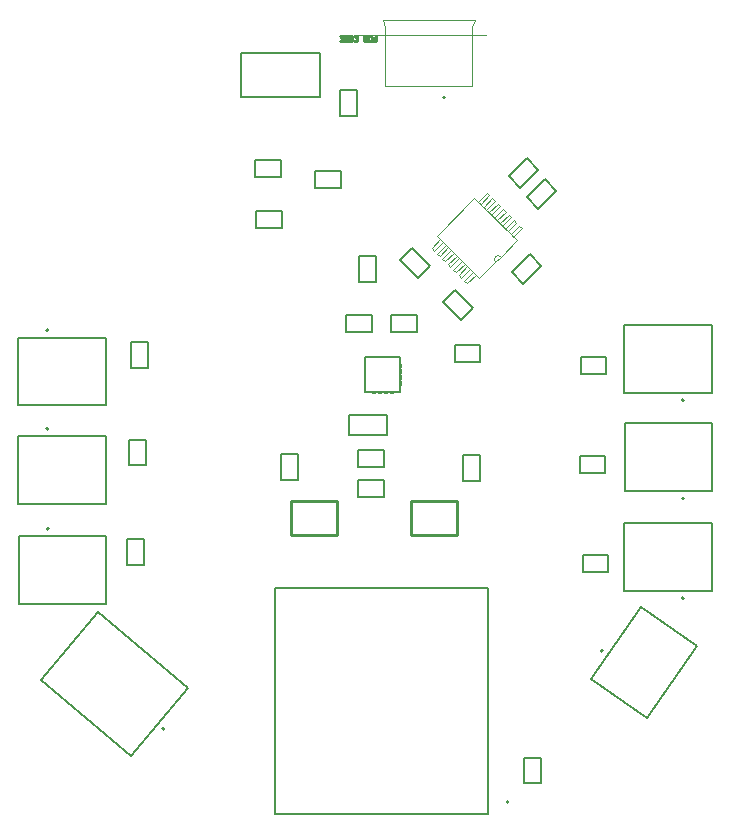
<source format=gbr>
%TF.GenerationSoftware,Altium Limited,Altium Designer,20.0.13 (296)*%
G04 Layer_Color=16711935*
%FSLAX45Y45*%
%MOMM*%
%TF.FileFunction,Other,Mechanical_13*%
%TF.Part,Single*%
G01*
G75*
%TA.AperFunction,NonConductor*%
%ADD66C,0.20000*%
%ADD67C,0.12700*%
%ADD68C,0.10000*%
%ADD92C,0.25400*%
%ADD113C,0.00000*%
D66*
X12406728Y6651558D02*
G03*
X12406728Y6651558I-10000J0D01*
G01*
X13091000Y8770300D02*
G03*
X13091000Y8770300I-10000J0D01*
G01*
X13094080Y7940560D02*
G03*
X13094080Y7940560I-10000J0D01*
G01*
X13091000Y7093900D02*
G03*
X13091000Y7093900I-10000J0D01*
G01*
X7710740Y9365300D02*
G03*
X7710740Y9365300I-10000J0D01*
G01*
X7710200Y8529640D02*
G03*
X7710200Y8529640I-10000J0D01*
G01*
X7715280Y7683820D02*
G03*
X7715280Y7683820I-10000J0D01*
G01*
X11607405Y5371540D02*
G03*
X11607405Y5371540I-10000J0D01*
G01*
X11070260Y11335000D02*
G03*
X11070260Y11335000I-10000J0D01*
G01*
X8693985Y5990039D02*
G03*
X8693985Y5990039I-10000J0D01*
G01*
D67*
X12307397Y6415019D02*
X12731847Y7021190D01*
X12307397Y6415019D02*
X12778410Y6085210D01*
X13202859Y6691386D01*
X12731847Y7021190D02*
X13202859Y6691386D01*
X10391140Y8841740D02*
Y9141460D01*
X10690860D01*
Y8841740D02*
Y9141460D01*
X10391140Y8841740D02*
X10690860D01*
X12586000Y8832799D02*
X13325998D01*
Y9407799D01*
X12586000D02*
X13325998D01*
X12586000Y8832799D02*
Y9407799D01*
X12589078Y8003062D02*
X13329082D01*
Y8578063D01*
X12589078D02*
X13329082D01*
X12589078Y8003062D02*
Y8578063D01*
X12586000Y7156399D02*
X13325998D01*
Y7731399D01*
X12586000D02*
X13325998D01*
X12586000Y7156399D02*
Y7731399D01*
X7455738Y9302801D02*
X8195742D01*
X7455738Y8727801D02*
Y9302801D01*
Y8727801D02*
X8195742D01*
Y9302801D01*
X7455200Y8467141D02*
X8195198D01*
X7455200Y7892141D02*
Y8467141D01*
Y7892141D02*
X8195198D01*
Y8467141D01*
X7460280Y7621321D02*
X8200278D01*
X7460280Y7046321D02*
Y7621321D01*
Y7046321D02*
X8200278D01*
Y7621321D01*
X9632406Y5265542D02*
X11432408D01*
X9632406D02*
Y7185538D01*
X11432408D01*
Y5265542D02*
Y7185538D01*
X9338859Y11337981D02*
Y11709979D01*
X10010861D01*
Y11337981D02*
Y11709979D01*
X9338859Y11337981D02*
X10010861D01*
X10578399Y8474801D02*
Y8644799D01*
X10258400Y8474801D02*
Y8644799D01*
Y8474801D02*
X10578399D01*
X10258400Y8644799D02*
X10578399D01*
X11149818Y9097401D02*
Y9241399D01*
X11369822Y9097401D02*
Y9241399D01*
X11149818Y9097401D02*
X11369822D01*
X11149818Y9241399D02*
X11369822D01*
X10447802Y9351401D02*
Y9495399D01*
X10227798Y9351401D02*
Y9495399D01*
X10447802D01*
X10227798Y9351401D02*
X10447802D01*
X10329398Y7954401D02*
Y8098399D01*
X10549402Y7954401D02*
Y8098399D01*
X10329398Y7954401D02*
X10549402D01*
X10329398Y8098399D02*
X10549402D01*
X10342001Y9770598D02*
X10485999D01*
X10342001Y9990602D02*
X10485999D01*
Y9770598D02*
Y9990602D01*
X10342001Y9770598D02*
Y9990602D01*
X10608798Y9351401D02*
Y9495399D01*
X10828802Y9351401D02*
Y9495399D01*
X10608798Y9351401D02*
X10828802D01*
X10608798Y9495399D02*
X10828802D01*
X10329398Y8208401D02*
Y8352399D01*
X10549402Y8208401D02*
Y8352399D01*
X10329398Y8208401D02*
X10549402D01*
X10329398Y8352399D02*
X10549402D01*
X8413049Y5760491D02*
X8895136Y6335024D01*
X7647000Y6403279D02*
X8413049Y5760491D01*
X7647000Y6403279D02*
X8129092Y6977812D01*
X8895136Y6335024D01*
X11634333Y9853732D02*
X11733332Y9754733D01*
X11787068Y10006467D02*
X11886067Y9907468D01*
X11733332Y9754733D02*
X11886067Y9907468D01*
X11634333Y9853732D02*
X11787068Y10006467D01*
X10842188Y9808073D02*
X10941187Y9907072D01*
X10689453Y9960808D02*
X10788452Y10059807D01*
X10941187Y9907072D01*
X10689453Y9960808D02*
X10842188Y9808073D01*
X11205408Y9449648D02*
X11307232Y9551472D01*
X11049848Y9605208D02*
X11151672Y9707032D01*
X11049848Y9605208D02*
X11205408Y9449648D01*
X11151672Y9707032D02*
X11307232Y9551472D01*
X11761333Y10488732D02*
X11860332Y10389733D01*
X11914068Y10641467D02*
X12013067Y10542468D01*
X11860332Y10389733D02*
X12013067Y10542468D01*
X11761333Y10488732D02*
X11914068Y10641467D01*
X11608933Y10666532D02*
X11707932Y10567533D01*
X11761668Y10819267D02*
X11860667Y10720268D01*
X11707932Y10567533D02*
X11860667Y10720268D01*
X11608933Y10666532D02*
X11761668Y10819267D01*
X8395818Y8436661D02*
X8395823Y8220659D01*
X8535822D02*
Y8436661D01*
X8395818D02*
X8535822D01*
X8395823Y8220659D02*
X8535822D01*
X8411058Y9048699D02*
Y9264701D01*
X8551062Y9048699D02*
Y9264701D01*
X8411058D02*
X8551062D01*
X8411058Y9048699D02*
X8551062D01*
X8378038Y7593381D02*
X8378043Y7377379D01*
X8518042D02*
Y7593381D01*
X8378038D02*
X8518042D01*
X8378043Y7377379D02*
X8518042D01*
X12219102Y9137802D02*
X12435098D01*
X12219102Y8997798D02*
X12435098D01*
Y9137802D01*
X12219102Y8997798D02*
Y9137802D01*
X12236399Y7461402D02*
X12452401D01*
X12236399Y7321398D02*
X12452401Y7321403D01*
Y7461402D01*
X12236399Y7321398D02*
Y7461402D01*
X12210999Y8299602D02*
X12427001D01*
X12210999Y8159598D02*
X12427001D01*
Y8299602D01*
X12210999Y8159598D02*
Y8299602D01*
X10176901Y11395222D02*
X10320899D01*
X10176901Y11175218D02*
X10320899D01*
Y11395222D01*
X10176901Y11175218D02*
Y11395222D01*
X9968662Y10570058D02*
Y10710062D01*
X10184658Y10570058D02*
Y10710062D01*
X9968662Y10570058D02*
X10184658D01*
X9968662Y10710062D02*
X10184658D01*
X9468338Y10232781D02*
X9688342D01*
X9468338Y10376779D02*
X9688342D01*
Y10232781D02*
Y10376779D01*
X9468338Y10232781D02*
Y10376779D01*
X9462359Y10662041D02*
X9682358D01*
X9462359Y10806039D02*
X9682358D01*
Y10662041D02*
Y10806039D01*
X9462359Y10662041D02*
Y10806039D01*
X9681601Y8314202D02*
X9825599D01*
X9681601Y8094198D02*
X9825599D01*
Y8314202D01*
X9681601Y8094198D02*
Y8314202D01*
X11740998Y5530799D02*
X11881002D01*
X11740998Y5746801D02*
X11881002D01*
Y5530799D02*
Y5746801D01*
X11740998Y5530799D02*
Y5746801D01*
X11223381Y8306582D02*
X11367379D01*
X11223381Y8086578D02*
X11367379D01*
Y8306582D01*
X11223381Y8086578D02*
Y8306582D01*
D68*
X10310261Y11860002D02*
X11420262D01*
X10540258Y11989999D02*
X10560258Y11935998D01*
X11300262Y11434999D02*
Y11935998D01*
X10540258Y11989999D02*
X11320262D01*
X10560258Y11434999D02*
Y11935998D01*
Y11434999D02*
X11300262D01*
Y11935998D02*
X11320262Y11989999D01*
D92*
X9761799Y7627402D02*
X10151801D01*
X9761799Y7917398D02*
X10151801D01*
X9761799Y7627402D02*
Y7917398D01*
Y7627402D02*
X10151801D01*
Y7917398D01*
X9761799D02*
X10151801D01*
X10777799D02*
X11167801D01*
X10777799Y7627402D02*
X11167801D01*
Y7917398D01*
X10777799D02*
X11167801D01*
X10777799Y7627402D02*
Y7917398D01*
Y7627402D02*
X11167801D01*
X10488706Y11855494D02*
Y11814724D01*
X10468321D01*
X10461526Y11821519D01*
Y11835109D01*
X10468321Y11841904D01*
X10488706D01*
X10420755Y11821519D02*
X10427550Y11814724D01*
X10441141D01*
X10447936Y11821519D01*
Y11848699D01*
X10441141Y11855494D01*
X10427550D01*
X10420755Y11848699D01*
X10407165Y11814724D02*
Y11855494D01*
X10386780D01*
X10379985Y11848699D01*
Y11841904D01*
X10386780Y11835109D01*
X10407165D01*
X10386780D01*
X10379985Y11828314D01*
Y11821519D01*
X10386780Y11814724D01*
X10407165D01*
X10298444D02*
X10325625D01*
Y11855494D01*
X10298444D01*
X10325625Y11835109D02*
X10312035D01*
X10284854Y11814724D02*
Y11855494D01*
X10264469D01*
X10257674Y11848699D01*
Y11821519D01*
X10264469Y11814724D01*
X10284854D01*
X10216904Y11821519D02*
X10223699Y11814724D01*
X10237289D01*
X10244084Y11821519D01*
Y11848699D01*
X10237289Y11855494D01*
X10223699D01*
X10216904Y11848699D01*
Y11835109D01*
X10230494D01*
X10176134Y11814724D02*
X10203314D01*
Y11855494D01*
X10176134D01*
X10203314Y11835109D02*
X10189724D01*
D113*
X11539718Y9986707D02*
G03*
X11496613Y9943602I-21553J-21553D01*
G01*
X10690860Y9052560D02*
Y9080500D01*
X10695940D01*
Y9052560D02*
Y9080500D01*
X10690860Y9052560D02*
X10695940D01*
X10690860Y9001760D02*
Y9032240D01*
X10695940D01*
Y9001760D02*
Y9032240D01*
X10690860Y9001760D02*
X10695940D01*
X10690860Y8950960D02*
Y8981440D01*
X10695940D01*
Y8950960D02*
Y8981440D01*
X10690860Y8950960D02*
X10695940D01*
X10690860Y8902700D02*
Y8930640D01*
X10695940D01*
Y8902700D02*
Y8930640D01*
X10690860Y8902700D02*
X10695940D01*
X10601960Y8841740D02*
X10629900D01*
Y8836660D02*
Y8841740D01*
X10601960Y8836660D02*
X10629900D01*
X10601960D02*
Y8841740D01*
X10551160D02*
X10581640D01*
Y8836660D02*
Y8841740D01*
X10551160Y8836660D02*
X10581640D01*
X10551160D02*
Y8841740D01*
X10500360D02*
X10530840D01*
Y8836660D02*
Y8841740D01*
X10500360Y8836660D02*
X10530840D01*
X10500360D02*
Y8841740D01*
X10452100D02*
X10480040D01*
Y8836660D02*
Y8841740D01*
X10452100Y8836660D02*
X10480040D01*
X10452100D02*
Y8841740D01*
X10391140Y8902700D02*
Y8930640D01*
X10386060Y8902700D02*
X10391140D01*
Y8950960D02*
Y8981440D01*
X10386060Y8950960D02*
X10391140D01*
X10386060D02*
Y8981440D01*
X10391140D01*
Y9001760D02*
Y9032240D01*
X10386060Y9001760D02*
X10391140D01*
X10386060D02*
Y9032240D01*
X10391140D01*
Y9052560D02*
Y9080500D01*
X10386060Y9052560D02*
X10391140D01*
X10386060D02*
Y9080500D01*
X10391140D01*
X10452100Y9141460D02*
X10480040D01*
X10452100D02*
Y9146540D01*
X10480040D01*
Y9141460D02*
Y9146540D01*
X10500360Y9141460D02*
X10530840D01*
X10500360D02*
Y9146540D01*
X10530840D01*
Y9141460D02*
Y9146540D01*
X10551160Y9141460D02*
X10581640D01*
X10551160D02*
Y9146540D01*
X10581640D01*
Y9141460D02*
Y9146540D01*
X10601960Y9141460D02*
X10629900D01*
X10601960D02*
Y9146540D01*
X10629900D01*
Y9141460D02*
Y9146540D01*
X11318804Y10484216D02*
X11678016Y10125004D01*
X11539718Y9986706D02*
X11678016Y10125004D01*
X11496614Y9943602D02*
X11539718Y9986706D01*
X11358316Y9805304D02*
X11496614Y9943602D01*
X10999104Y10164516D02*
X11358316Y9805304D01*
X10999104Y10164516D02*
X11318804Y10484216D01*
X11254146Y9762200D02*
X11327785Y9835840D01*
X11232591Y9783755D02*
X11254146Y9762200D01*
X11232591Y9783755D02*
X11306231Y9857389D01*
X11327785Y9835840D01*
X11207450Y9808896D02*
X11281085Y9882535D01*
X11185896Y9830450D02*
X11207450Y9808896D01*
X11185896Y9830450D02*
X11259536Y9904090D01*
X11281085Y9882535D01*
X11162548Y9853798D02*
X11236188Y9927438D01*
X11140994Y9875352D02*
X11162548Y9853798D01*
X11140994Y9875352D02*
X11214633Y9948992D01*
X11236188Y9927438D01*
X11115848Y9900498D02*
X11189487Y9974138D01*
X11094298Y9922048D02*
X11115848Y9900498D01*
X11094298Y9922048D02*
X11167933Y9995687D01*
X11189487Y9974138D01*
X11069152Y9947194D02*
X11142792Y10020833D01*
X11047598Y9968748D02*
X11069152Y9947194D01*
X11047598Y9968748D02*
X11121238Y10042383D01*
X11142792Y10020833D01*
X11024250Y9992096D02*
X11097890Y10065736D01*
X11002701Y10013650D02*
X11024250Y9992096D01*
X11002701Y10013650D02*
X11076335Y10087285D01*
X11097890Y10065736D01*
X10977555Y10038791D02*
X11051195Y10112431D01*
X10956000Y10060346D02*
X10977555Y10038791D01*
X10956000Y10060346D02*
X11029640Y10133985D01*
X11051195Y10112431D01*
X11349335Y10453680D02*
X11422974Y10527320D01*
X11444529Y10505765D01*
X11370889Y10432131D02*
X11444529Y10505765D01*
X11349335Y10453680D02*
X11370889Y10432131D01*
X11396035Y10406985D02*
X11469670Y10480624D01*
X11491224Y10459070D01*
X11417584Y10385430D02*
X11491224Y10459070D01*
X11396035Y10406985D02*
X11417584Y10385430D01*
X11440932Y10362082D02*
X11514572Y10435722D01*
X11536126Y10414168D01*
X11462487Y10340528D02*
X11536126Y10414168D01*
X11440932Y10362082D02*
X11462487Y10340528D01*
X11487633Y10315387D02*
X11561272Y10389022D01*
X11582822Y10367472D01*
X11509187Y10293833D02*
X11582822Y10367472D01*
X11487633Y10315387D02*
X11509187Y10293833D01*
X11534328Y10268687D02*
X11607968Y10342326D01*
X11629522Y10320772D01*
X11555882Y10247137D02*
X11629522Y10320772D01*
X11534328Y10268687D02*
X11555882Y10247137D01*
X11579230Y10223784D02*
X11652870Y10297424D01*
X11674419Y10275870D01*
X11600785Y10202235D02*
X11674419Y10275870D01*
X11579230Y10223784D02*
X11600785Y10202235D01*
X11625925Y10177089D02*
X11699565Y10250729D01*
X11721120Y10229174D01*
X11647480Y10155535D02*
X11721120Y10229174D01*
X11625925Y10177089D02*
X11647480Y10155535D01*
%TF.MD5,aa16bfbc7f15acf6d4fb55bc01cc17b3*%
M02*

</source>
